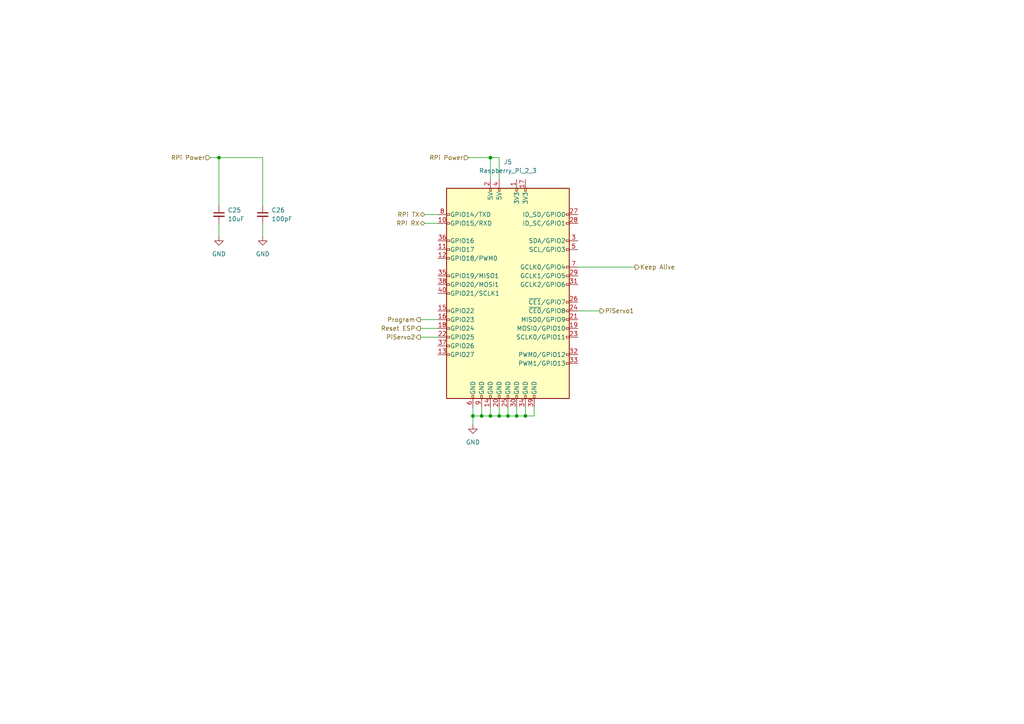
<source format=kicad_sch>
(kicad_sch (version 20210621) (generator eeschema)
  (paper "A4")
  (title_block (title "Swarmbot") (date "2021-10-10") (company "Philip McGaw"))
  (lib_symbols
    (symbol "Connector:Raspberry_Pi_2_3" (pin_names (offset 1.016))
      (property "Reference" "J" (at -17.78 31.75 0))
      (property "Value" "Raspberry_Pi_2_3" (at 10.16 -31.75 0))
      (symbol "Raspberry_Pi_2_3_0_1"
        (rectangle (start -17.78 30.48) (end 17.78 -30.48) (stroke (width 0.254)) (fill (type background)))
      )
      (symbol "Raspberry_Pi_2_3_1_1"
        (rectangle (start -16.891 -17.526) (end -17.78 -18.034))
        (rectangle (start -16.891 -14.986) (end -17.78 -15.494))
        (rectangle (start -16.891 -12.446) (end -17.78 -12.954))
        (rectangle (start -16.891 -9.906) (end -17.78 -10.414))
        (rectangle (start -16.891 -7.366) (end -17.78 -7.874))
        (rectangle (start -16.891 -4.826) (end -17.78 -5.334))
        (rectangle (start -16.891 0.254) (end -17.78 -0.254))
        (rectangle (start -16.891 2.794) (end -17.78 2.286))
        (rectangle (start -16.891 5.334) (end -17.78 4.826))
        (rectangle (start -16.891 10.414) (end -17.78 9.906))
        (rectangle (start -16.891 12.954) (end -17.78 12.446))
        (rectangle (start -16.891 15.494) (end -17.78 14.986))
        (rectangle (start -16.891 20.574) (end -17.78 20.066))
        (rectangle (start -16.891 23.114) (end -17.78 22.606))
        (rectangle (start -10.414 -29.591) (end -9.906 -30.48))
        (rectangle (start -7.874 -29.591) (end -7.366 -30.48))
        (rectangle (start -5.334 -29.591) (end -4.826 -30.48))
        (rectangle (start -5.334 30.48) (end -4.826 29.591))
        (rectangle (start -2.794 -29.591) (end -2.286 -30.48))
        (rectangle (start -2.794 30.48) (end -2.286 29.591))
        (rectangle (start -0.254 -29.591) (end 0.254 -30.48))
        (rectangle (start 2.286 -29.591) (end 2.794 -30.48))
        (rectangle (start 2.286 30.48) (end 2.794 29.591))
        (rectangle (start 4.826 -29.591) (end 5.334 -30.48))
        (rectangle (start 4.826 30.48) (end 5.334 29.591))
        (rectangle (start 7.366 -29.591) (end 7.874 -30.48))
        (rectangle (start 17.78 -20.066) (end 16.891 -20.574))
        (rectangle (start 17.78 -17.526) (end 16.891 -18.034))
        (rectangle (start 17.78 -12.446) (end 16.891 -12.954))
        (rectangle (start 17.78 -9.906) (end 16.891 -10.414))
        (rectangle (start 17.78 -7.366) (end 16.891 -7.874))
        (rectangle (start 17.78 -4.826) (end 16.891 -5.334))
        (rectangle (start 17.78 -2.286) (end 16.891 -2.794))
        (rectangle (start 17.78 2.794) (end 16.891 2.286))
        (rectangle (start 17.78 5.334) (end 16.891 4.826))
        (rectangle (start 17.78 7.874) (end 16.891 7.366))
        (rectangle (start 17.78 12.954) (end 16.891 12.446))
        (rectangle (start 17.78 15.494) (end 16.891 14.986))
        (rectangle (start 17.78 20.574) (end 16.891 20.066))
        (rectangle (start 17.78 23.114) (end 16.891 22.606))
        (pin power_in line (at 2.54 33.02 270) (length 2.54) (name "3V3") (number "1"))
        (pin bidirectional line (at -20.32 20.32 0) (length 2.54) (name "GPIO15/RXD") (number "10"))
        (pin bidirectional line (at -20.32 12.7 0) (length 2.54) (name "GPIO17") (number "11"))
        (pin bidirectional line (at -20.32 10.16 0) (length 2.54) (name "GPIO18/PWM0") (number "12"))
        (pin bidirectional line (at -20.32 -17.78 0) (length 2.54) (name "GPIO27") (number "13"))
        (pin power_in line (at -5.08 -33.02 90) (length 2.54) (name "GND") (number "14"))
        (pin bidirectional line (at -20.32 -5.08 0) (length 2.54) (name "GPIO22") (number "15"))
        (pin bidirectional line (at -20.32 -7.62 0) (length 2.54) (name "GPIO23") (number "16"))
        (pin power_in line (at 5.08 33.02 270) (length 2.54) (name "3V3") (number "17"))
        (pin bidirectional line (at -20.32 -10.16 0) (length 2.54) (name "GPIO24") (number "18"))
        (pin bidirectional line (at 20.32 -10.16 180) (length 2.54) (name "MOSI0/GPIO10") (number "19"))
        (pin power_in line (at -5.08 33.02 270) (length 2.54) (name "5V") (number "2"))
        (pin power_in line (at -2.54 -33.02 90) (length 2.54) (name "GND") (number "20"))
        (pin bidirectional line (at 20.32 -7.62 180) (length 2.54) (name "MISO0/GPIO9") (number "21"))
        (pin bidirectional line (at -20.32 -12.7 0) (length 2.54) (name "GPIO25") (number "22"))
        (pin bidirectional line (at 20.32 -12.7 180) (length 2.54) (name "SCLK0/GPIO11") (number "23"))
        (pin bidirectional line (at 20.32 -5.08 180) (length 2.54) (name "~{CE0}/GPIO8") (number "24"))
        (pin power_in line (at 0 -33.02 90) (length 2.54) (name "GND") (number "25"))
        (pin bidirectional line (at 20.32 -2.54 180) (length 2.54) (name "~{CE1}/GPIO7") (number "26"))
        (pin bidirectional line (at 20.32 22.86 180) (length 2.54) (name "ID_SD/GPIO0") (number "27"))
        (pin bidirectional line (at 20.32 20.32 180) (length 2.54) (name "ID_SC/GPIO1") (number "28"))
        (pin bidirectional line (at 20.32 5.08 180) (length 2.54) (name "GCLK1/GPIO5") (number "29"))
        (pin bidirectional line (at 20.32 15.24 180) (length 2.54) (name "SDA/GPIO2") (number "3"))
        (pin power_in line (at 2.54 -33.02 90) (length 2.54) (name "GND") (number "30"))
        (pin bidirectional line (at 20.32 2.54 180) (length 2.54) (name "GCLK2/GPIO6") (number "31"))
        (pin bidirectional line (at 20.32 -17.78 180) (length 2.54) (name "PWM0/GPIO12") (number "32"))
        (pin bidirectional line (at 20.32 -20.32 180) (length 2.54) (name "PWM1/GPIO13") (number "33"))
        (pin power_in line (at 5.08 -33.02 90) (length 2.54) (name "GND") (number "34"))
        (pin bidirectional line (at -20.32 5.08 0) (length 2.54) (name "GPIO19/MISO1") (number "35"))
        (pin bidirectional line (at -20.32 15.24 0) (length 2.54) (name "GPIO16") (number "36"))
        (pin bidirectional line (at -20.32 -15.24 0) (length 2.54) (name "GPIO26") (number "37"))
        (pin bidirectional line (at -20.32 2.54 0) (length 2.54) (name "GPIO20/MOSI1") (number "38"))
        (pin power_in line (at 7.62 -33.02 90) (length 2.54) (name "GND") (number "39"))
        (pin power_in line (at -2.54 33.02 270) (length 2.54) (name "5V") (number "4"))
        (pin bidirectional line (at -20.32 0 0) (length 2.54) (name "GPIO21/SCLK1") (number "40"))
        (pin bidirectional line (at 20.32 12.7 180) (length 2.54) (name "SCL/GPIO3") (number "5"))
        (pin power_in line (at -10.16 -33.02 90) (length 2.54) (name "GND") (number "6"))
        (pin bidirectional line (at 20.32 7.62 180) (length 2.54) (name "GCLK0/GPIO4") (number "7"))
        (pin bidirectional line (at -20.32 22.86 0) (length 2.54) (name "GPIO14/TXD") (number "8"))
        (pin power_in line (at -7.62 -33.02 90) (length 2.54) (name "GND") (number "9"))
      )
    )
    (symbol "Device:C_Small" (pin_numbers hide) (pin_names (offset 0.254) hide)
      (property "Reference" "C" (at 0.254 1.778 0))
      (property "Value" "C_Small" (at 0.254 -2.032 0))
      (symbol "C_Small_0_1"
        (polyline (pts (xy -1.524 -0.508) (xy 1.524 -0.508)) (stroke (width 0.3302)))
        (polyline (pts (xy -1.524 0.508) (xy 1.524 0.508)) (stroke (width 0.3048)))
      )
      (symbol "C_Small_1_1"
        (pin passive line (at 0 2.54 270) (length 2.032) (name "~") (number "1"))
        (pin passive line (at 0 -2.54 90) (length 2.032) (name "~") (number "2"))
      )
    )
    (symbol "power:GND" (power) (pin_names (offset 0))
      (property "Value" "GND" (at 0 -3.81 0))
      (symbol "GND_0_1"
        (polyline (pts (xy 0 0) (xy 0 -1.27) (xy 1.27 -1.27) (xy 0 -2.54) (xy -1.27 -1.27) (xy 0 -1.27)))
      )
      (symbol "GND_1_1"
        (pin power_in line (at 0 0 270) (length 0) hide (name "GND") (number "1"))
      )
    )
  )
  (junction (at 63.5 45.72))
  (junction (at 137.16 120.65))
  (junction (at 139.7 120.65))
  (junction (at 142.24 45.72))
  (junction (at 142.24 120.65))
  (junction (at 144.78 120.65))
  (junction (at 147.32 120.65))
  (junction (at 149.86 120.65))
  (junction (at 152.4 120.65))
  (wire (pts (xy 60.96 45.72) (xy 63.5 45.72)))
  (wire (pts (xy 63.5 45.72) (xy 63.5 59.69)))
  (wire (pts (xy 63.5 45.72) (xy 76.2 45.72)))
  (wire (pts (xy 63.5 64.77) (xy 63.5 68.58)))
  (wire (pts (xy 76.2 45.72) (xy 76.2 59.69)))
  (wire (pts (xy 76.2 64.77) (xy 76.2 68.58)))
  (wire (pts (xy 121.92 92.71) (xy 127 92.71)))
  (wire (pts (xy 121.92 95.25) (xy 127 95.25)))
  (wire (pts (xy 121.92 97.79) (xy 127 97.79)))
  (wire (pts (xy 123.19 62.23) (xy 127 62.23)))
  (wire (pts (xy 123.19 64.77) (xy 127 64.77)))
  (wire (pts (xy 135.89 45.72) (xy 142.24 45.72)))
  (wire (pts (xy 137.16 118.11) (xy 137.16 120.65)))
  (wire (pts (xy 137.16 120.65) (xy 137.16 123.19)))
  (wire (pts (xy 139.7 118.11) (xy 139.7 120.65)))
  (wire (pts (xy 139.7 120.65) (xy 137.16 120.65)))
  (wire (pts (xy 142.24 45.72) (xy 142.24 52.07)))
  (wire (pts (xy 142.24 118.11) (xy 142.24 120.65)))
  (wire (pts (xy 142.24 120.65) (xy 139.7 120.65)))
  (wire (pts (xy 144.78 45.72) (xy 142.24 45.72)))
  (wire (pts (xy 144.78 52.07) (xy 144.78 45.72)))
  (wire (pts (xy 144.78 118.11) (xy 144.78 120.65)))
  (wire (pts (xy 144.78 120.65) (xy 142.24 120.65)))
  (wire (pts (xy 147.32 118.11) (xy 147.32 120.65)))
  (wire (pts (xy 147.32 120.65) (xy 144.78 120.65)))
  (wire (pts (xy 149.86 118.11) (xy 149.86 120.65)))
  (wire (pts (xy 149.86 120.65) (xy 147.32 120.65)))
  (wire (pts (xy 152.4 118.11) (xy 152.4 120.65)))
  (wire (pts (xy 152.4 120.65) (xy 149.86 120.65)))
  (wire (pts (xy 154.94 118.11) (xy 154.94 120.65)))
  (wire (pts (xy 154.94 120.65) (xy 152.4 120.65)))
  (wire (pts (xy 167.64 77.47) (xy 184.15 77.47)))
  (wire (pts (xy 167.64 90.17) (xy 173.99 90.17)))
  (hierarchical_label "RPi Power" (shape input) (at 60.96 45.72 180))
  (hierarchical_label "Program" (shape output) (at 121.92 92.71 180))
  (hierarchical_label "Reset ESP" (shape output) (at 121.92 95.25 180))
  (hierarchical_label "PiServo2" (shape output) (at 121.92 97.79 180))
  (hierarchical_label "RPi TX" (shape bidirectional) (at 123.19 62.23 180))
  (hierarchical_label "RPi RX" (shape bidirectional) (at 123.19 64.77 180))
  (hierarchical_label "RPi Power" (shape input) (at 135.89 45.72 180))
  (hierarchical_label "PiServo1" (shape output) (at 173.99 90.17 0))
  (hierarchical_label "Keep Alive" (shape output) (at 184.15 77.47 0))
  (symbol (lib_id "power:GND") (at 63.5 68.58 0) (unit 1)
    (property "Reference" "#PWR068" (effects hide))
    (property "Value" "GND" (at 63.5 73.66 0))
  )
  (symbol (lib_id "power:GND") (at 76.2 68.58 0) (unit 1)
    (property "Reference" "#PWR069" (effects hide))
    (property "Value" "GND" (at 76.2 73.66 0))
  )
  (symbol (lib_id "power:GND") (at 137.16 123.19 0) (unit 1)
    (property "Reference" "#PWR070" (effects hide))
    (property "Value" "GND" (at 137.16 128.27 0))
  )
  (symbol (lib_id "Device:C_Small") (at 63.5 62.23 0) (unit 1)
    (property "Reference" "C25" (at 66.04 60.9599 0) (effects (justify left)))
    (property "Value" "10uF" (at 66.04 63.4999 0) (effects (justify left)))
    (property "Footprint" "Capacitor_SMD:C_0805_2012Metric_Pad1.18x1.45mm_HandSolder" (effects hide))
  )
  (symbol (lib_id "Device:C_Small") (at 76.2 62.23 0) (unit 1)
    (property "Reference" "C26" (at 78.74 60.9599 0) (effects (justify left)))
    (property "Value" "100pF" (at 78.74 63.4999 0) (effects (justify left)))
    (property "Footprint" "Capacitor_SMD:C_0805_2012Metric_Pad1.18x1.45mm_HandSolder" (effects hide))
  )
  (symbol (lib_id "Connector:Raspberry_Pi_2_3") (at 147.32 85.09 0) (unit 1)
    (property "Reference" "J5" (at 147.32 46.99 0))
    (property "Value" "Raspberry_Pi_2_3" (at 147.32 49.53 0))
    (property "Footprint" "Connector_PinHeader_2.54mm:PinHeader_2x20_P2.54mm_Vertical" (effects hide))
    (property "Datasheet" "https://www.raspberrypi.org/documentation/hardware/raspberrypi/schematics/rpi_SCH_3bplus_1p0_reduced.pdf" (effects hide))
  )
)
</source>
